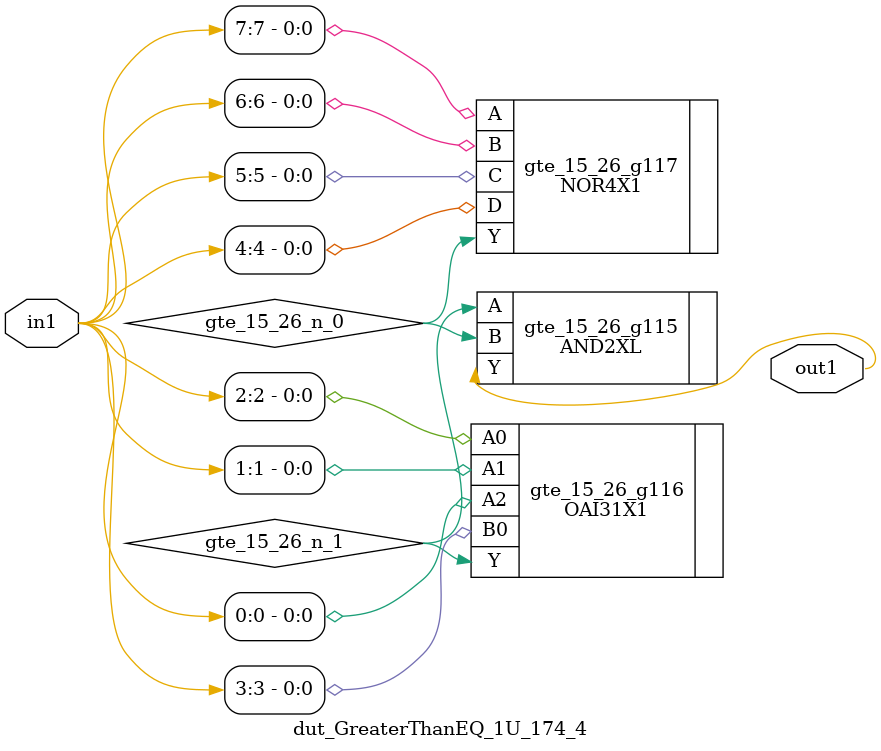
<source format=v>
`timescale 1ps / 1ps


module dut_GreaterThanEQ_1U_174_4(in1, out1);
  input [7:0] in1;
  output out1;
  wire [7:0] in1;
  wire out1;
  wire gte_15_26_n_0, gte_15_26_n_1;
  AND2XL gte_15_26_g115(.A (gte_15_26_n_1), .B (gte_15_26_n_0), .Y
       (out1));
  OAI31X1 gte_15_26_g116(.A0 (in1[2]), .A1 (in1[1]), .A2 (in1[0]), .B0
       (in1[3]), .Y (gte_15_26_n_1));
  NOR4X1 gte_15_26_g117(.A (in1[7]), .B (in1[6]), .C (in1[5]), .D
       (in1[4]), .Y (gte_15_26_n_0));
endmodule



</source>
